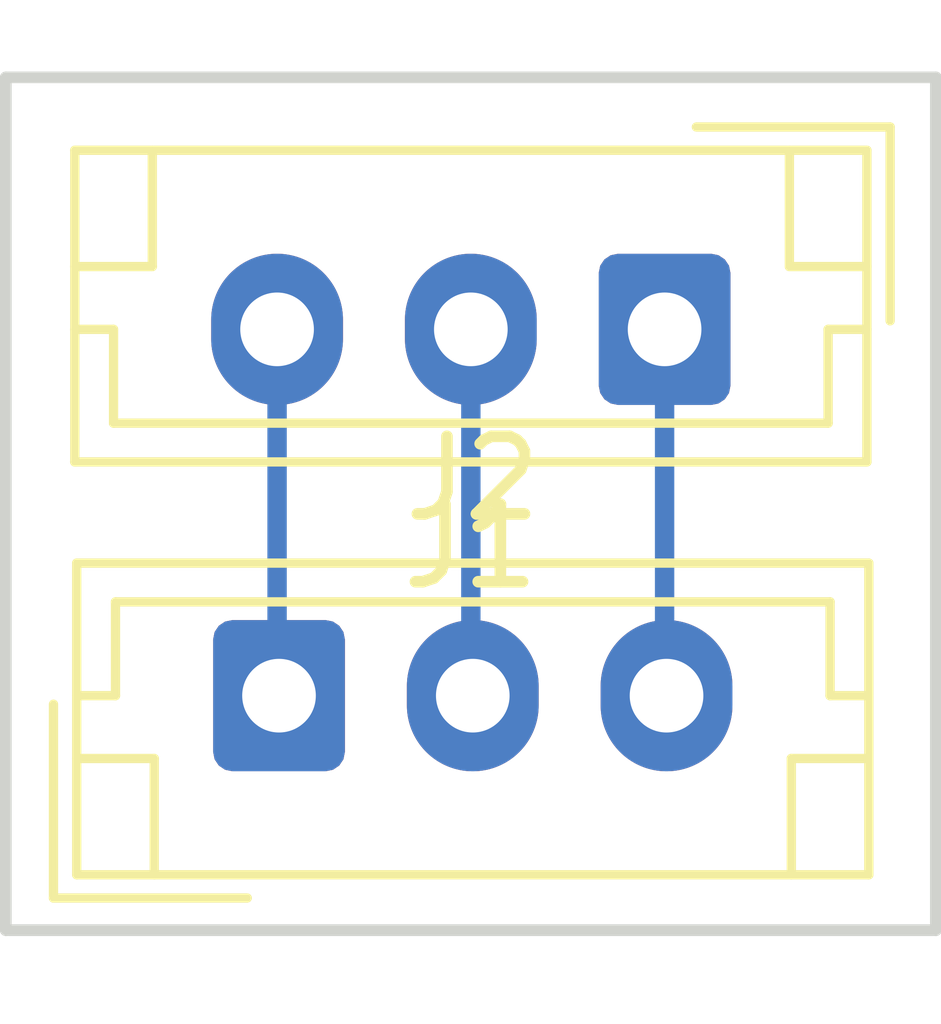
<source format=kicad_pcb>
(kicad_pcb (version 20171130) (host pcbnew 5.0.2-bee76a0~70~ubuntu18.04.1)

  (general
    (thickness 1.6)
    (drawings 4)
    (tracks 6)
    (zones 0)
    (modules 2)
    (nets 4)
  )

  (page A4)
  (layers
    (0 F.Cu signal)
    (31 B.Cu signal)
    (32 B.Adhes user)
    (33 F.Adhes user)
    (34 B.Paste user)
    (35 F.Paste user)
    (36 B.SilkS user)
    (37 F.SilkS user)
    (38 B.Mask user)
    (39 F.Mask user)
    (40 Dwgs.User user)
    (41 Cmts.User user)
    (42 Eco1.User user)
    (43 Eco2.User user)
    (44 Edge.Cuts user)
    (45 Margin user)
    (46 B.CrtYd user)
    (47 F.CrtYd user)
    (48 B.Fab user)
    (49 F.Fab user)
  )

  (setup
    (last_trace_width 0.25)
    (trace_clearance 0.2)
    (zone_clearance 0.508)
    (zone_45_only no)
    (trace_min 0.2)
    (segment_width 0.2)
    (edge_width 0.15)
    (via_size 0.8)
    (via_drill 0.4)
    (via_min_size 0.4)
    (via_min_drill 0.3)
    (uvia_size 0.3)
    (uvia_drill 0.1)
    (uvias_allowed no)
    (uvia_min_size 0.2)
    (uvia_min_drill 0.1)
    (pcb_text_width 0.3)
    (pcb_text_size 1.5 1.5)
    (mod_edge_width 0.15)
    (mod_text_size 1 1)
    (mod_text_width 0.15)
    (pad_size 1.524 1.524)
    (pad_drill 0.762)
    (pad_to_mask_clearance 0.051)
    (solder_mask_min_width 0.25)
    (aux_axis_origin 0 0)
    (visible_elements FFFFFF7F)
    (pcbplotparams
      (layerselection 0x010fc_ffffffff)
      (usegerberextensions false)
      (usegerberattributes false)
      (usegerberadvancedattributes false)
      (creategerberjobfile false)
      (excludeedgelayer true)
      (linewidth 0.100000)
      (plotframeref false)
      (viasonmask false)
      (mode 1)
      (useauxorigin false)
      (hpglpennumber 1)
      (hpglpenspeed 20)
      (hpglpendiameter 15.000000)
      (psnegative false)
      (psa4output false)
      (plotreference true)
      (plotvalue true)
      (plotinvisibletext false)
      (padsonsilk false)
      (subtractmaskfromsilk false)
      (outputformat 1)
      (mirror false)
      (drillshape 1)
      (scaleselection 1)
      (outputdirectory ""))
  )

  (net 0 "")
  (net 1 "Net-(J1-Pad1)")
  (net 2 "Net-(J1-Pad2)")
  (net 3 "Net-(J1-Pad3)")

  (net_class Default "This is the default net class."
    (clearance 0.2)
    (trace_width 0.25)
    (via_dia 0.8)
    (via_drill 0.4)
    (uvia_dia 0.3)
    (uvia_drill 0.1)
    (add_net "Net-(J1-Pad1)")
    (add_net "Net-(J1-Pad2)")
    (add_net "Net-(J1-Pad3)")
  )

  (module Connector_JST:JST_EH_B03B-EH-A_1x03_P2.50mm_Vertical (layer F.Cu) (tedit 5B772AC7) (tstamp 5CCCC84E)
    (at 130 64.75 180)
    (descr "JST EH series connector, B03B-EH-A (http://www.jst-mfg.com/product/pdf/eng/eEH.pdf), generated with kicad-footprint-generator")
    (tags "connector JST EH side entry")
    (path /5CC04371)
    (fp_text reference J1 (at 2.5 -2.8 180) (layer F.SilkS)
      (effects (font (size 1 1) (thickness 0.15)))
    )
    (fp_text value Conn_01x03 (at 2.5 3.4 180) (layer F.Fab)
      (effects (font (size 1 1) (thickness 0.15)))
    )
    (fp_line (start -2.5 -1.6) (end -2.5 2.2) (layer F.Fab) (width 0.1))
    (fp_line (start -2.5 2.2) (end 7.5 2.2) (layer F.Fab) (width 0.1))
    (fp_line (start 7.5 2.2) (end 7.5 -1.6) (layer F.Fab) (width 0.1))
    (fp_line (start 7.5 -1.6) (end -2.5 -1.6) (layer F.Fab) (width 0.1))
    (fp_line (start -3 -2.1) (end -3 2.7) (layer F.CrtYd) (width 0.05))
    (fp_line (start -3 2.7) (end 8 2.7) (layer F.CrtYd) (width 0.05))
    (fp_line (start 8 2.7) (end 8 -2.1) (layer F.CrtYd) (width 0.05))
    (fp_line (start 8 -2.1) (end -3 -2.1) (layer F.CrtYd) (width 0.05))
    (fp_line (start -2.61 -1.71) (end -2.61 2.31) (layer F.SilkS) (width 0.12))
    (fp_line (start -2.61 2.31) (end 7.61 2.31) (layer F.SilkS) (width 0.12))
    (fp_line (start 7.61 2.31) (end 7.61 -1.71) (layer F.SilkS) (width 0.12))
    (fp_line (start 7.61 -1.71) (end -2.61 -1.71) (layer F.SilkS) (width 0.12))
    (fp_line (start -2.61 0) (end -2.11 0) (layer F.SilkS) (width 0.12))
    (fp_line (start -2.11 0) (end -2.11 -1.21) (layer F.SilkS) (width 0.12))
    (fp_line (start -2.11 -1.21) (end 7.11 -1.21) (layer F.SilkS) (width 0.12))
    (fp_line (start 7.11 -1.21) (end 7.11 0) (layer F.SilkS) (width 0.12))
    (fp_line (start 7.11 0) (end 7.61 0) (layer F.SilkS) (width 0.12))
    (fp_line (start -2.61 0.81) (end -1.61 0.81) (layer F.SilkS) (width 0.12))
    (fp_line (start -1.61 0.81) (end -1.61 2.31) (layer F.SilkS) (width 0.12))
    (fp_line (start 7.61 0.81) (end 6.61 0.81) (layer F.SilkS) (width 0.12))
    (fp_line (start 6.61 0.81) (end 6.61 2.31) (layer F.SilkS) (width 0.12))
    (fp_line (start -2.91 0.11) (end -2.91 2.61) (layer F.SilkS) (width 0.12))
    (fp_line (start -2.91 2.61) (end -0.41 2.61) (layer F.SilkS) (width 0.12))
    (fp_line (start -2.91 0.11) (end -2.91 2.61) (layer F.Fab) (width 0.1))
    (fp_line (start -2.91 2.61) (end -0.41 2.61) (layer F.Fab) (width 0.1))
    (fp_text user %R (at 2.5 1.5 180) (layer F.Fab)
      (effects (font (size 1 1) (thickness 0.15)))
    )
    (pad 1 thru_hole roundrect (at 0 0 180) (size 1.7 1.95) (drill 0.95) (layers *.Cu *.Mask) (roundrect_rratio 0.147059)
      (net 1 "Net-(J1-Pad1)"))
    (pad 2 thru_hole oval (at 2.5 0 180) (size 1.7 1.95) (drill 0.95) (layers *.Cu *.Mask)
      (net 2 "Net-(J1-Pad2)"))
    (pad 3 thru_hole oval (at 5 0 180) (size 1.7 1.95) (drill 0.95) (layers *.Cu *.Mask)
      (net 3 "Net-(J1-Pad3)"))
    (model ${KISYS3DMOD}/Connector_JST.3dshapes/JST_EH_B03B-EH-A_1x03_P2.50mm_Vertical.wrl
      (at (xyz 0 0 0))
      (scale (xyz 1 1 1))
      (rotate (xyz 0 0 0))
    )
  )

  (module Connector_JST:JST_EH_B03B-EH-A_1x03_P2.50mm_Vertical (layer F.Cu) (tedit 5B772AC7) (tstamp 5CCCC86F)
    (at 125.025001 69.475001)
    (descr "JST EH series connector, B03B-EH-A (http://www.jst-mfg.com/product/pdf/eng/eEH.pdf), generated with kicad-footprint-generator")
    (tags "connector JST EH side entry")
    (path /5CC05C5A)
    (fp_text reference J2 (at 2.5 -2.8) (layer F.SilkS)
      (effects (font (size 1 1) (thickness 0.15)))
    )
    (fp_text value Conn_01x03 (at 2.5 3.4) (layer F.Fab)
      (effects (font (size 1 1) (thickness 0.15)))
    )
    (fp_text user %R (at 2.5 1.5) (layer F.Fab)
      (effects (font (size 1 1) (thickness 0.15)))
    )
    (fp_line (start -2.91 2.61) (end -0.41 2.61) (layer F.Fab) (width 0.1))
    (fp_line (start -2.91 0.11) (end -2.91 2.61) (layer F.Fab) (width 0.1))
    (fp_line (start -2.91 2.61) (end -0.41 2.61) (layer F.SilkS) (width 0.12))
    (fp_line (start -2.91 0.11) (end -2.91 2.61) (layer F.SilkS) (width 0.12))
    (fp_line (start 6.61 0.81) (end 6.61 2.31) (layer F.SilkS) (width 0.12))
    (fp_line (start 7.61 0.81) (end 6.61 0.81) (layer F.SilkS) (width 0.12))
    (fp_line (start -1.61 0.81) (end -1.61 2.31) (layer F.SilkS) (width 0.12))
    (fp_line (start -2.61 0.81) (end -1.61 0.81) (layer F.SilkS) (width 0.12))
    (fp_line (start 7.11 0) (end 7.61 0) (layer F.SilkS) (width 0.12))
    (fp_line (start 7.11 -1.21) (end 7.11 0) (layer F.SilkS) (width 0.12))
    (fp_line (start -2.11 -1.21) (end 7.11 -1.21) (layer F.SilkS) (width 0.12))
    (fp_line (start -2.11 0) (end -2.11 -1.21) (layer F.SilkS) (width 0.12))
    (fp_line (start -2.61 0) (end -2.11 0) (layer F.SilkS) (width 0.12))
    (fp_line (start 7.61 -1.71) (end -2.61 -1.71) (layer F.SilkS) (width 0.12))
    (fp_line (start 7.61 2.31) (end 7.61 -1.71) (layer F.SilkS) (width 0.12))
    (fp_line (start -2.61 2.31) (end 7.61 2.31) (layer F.SilkS) (width 0.12))
    (fp_line (start -2.61 -1.71) (end -2.61 2.31) (layer F.SilkS) (width 0.12))
    (fp_line (start 8 -2.1) (end -3 -2.1) (layer F.CrtYd) (width 0.05))
    (fp_line (start 8 2.7) (end 8 -2.1) (layer F.CrtYd) (width 0.05))
    (fp_line (start -3 2.7) (end 8 2.7) (layer F.CrtYd) (width 0.05))
    (fp_line (start -3 -2.1) (end -3 2.7) (layer F.CrtYd) (width 0.05))
    (fp_line (start 7.5 -1.6) (end -2.5 -1.6) (layer F.Fab) (width 0.1))
    (fp_line (start 7.5 2.2) (end 7.5 -1.6) (layer F.Fab) (width 0.1))
    (fp_line (start -2.5 2.2) (end 7.5 2.2) (layer F.Fab) (width 0.1))
    (fp_line (start -2.5 -1.6) (end -2.5 2.2) (layer F.Fab) (width 0.1))
    (pad 3 thru_hole oval (at 5 0) (size 1.7 1.95) (drill 0.95) (layers *.Cu *.Mask)
      (net 1 "Net-(J1-Pad1)"))
    (pad 2 thru_hole oval (at 2.5 0) (size 1.7 1.95) (drill 0.95) (layers *.Cu *.Mask)
      (net 2 "Net-(J1-Pad2)"))
    (pad 1 thru_hole roundrect (at 0 0) (size 1.7 1.95) (drill 0.95) (layers *.Cu *.Mask) (roundrect_rratio 0.147059)
      (net 3 "Net-(J1-Pad3)"))
    (model ${KISYS3DMOD}/Connector_JST.3dshapes/JST_EH_B03B-EH-A_1x03_P2.50mm_Vertical.wrl
      (at (xyz 0 0 0))
      (scale (xyz 1 1 1))
      (rotate (xyz 0 0 0))
    )
  )

  (gr_line (start 121.5 72.5) (end 121.5 61.5) (layer Edge.Cuts) (width 0.15))
  (gr_line (start 133.5 72.5) (end 121.5 72.5) (layer Edge.Cuts) (width 0.15))
  (gr_line (start 133.5 61.5) (end 133.5 72.5) (layer Edge.Cuts) (width 0.15))
  (gr_line (start 121.5 61.5) (end 133.5 61.5) (layer Edge.Cuts) (width 0.15))

  (segment (start 130 69.45) (end 130.025001 69.475001) (width 0.25) (layer B.Cu) (net 1))
  (segment (start 130 64.75) (end 130 69.45) (width 0.25) (layer B.Cu) (net 1))
  (segment (start 127.5 69.45) (end 127.525001 69.475001) (width 0.25) (layer B.Cu) (net 2))
  (segment (start 127.5 64.75) (end 127.5 69.45) (width 0.25) (layer B.Cu) (net 2))
  (segment (start 125 69.45) (end 125.025001 69.475001) (width 0.25) (layer B.Cu) (net 3))
  (segment (start 125 64.75) (end 125 69.45) (width 0.25) (layer B.Cu) (net 3))

)

</source>
